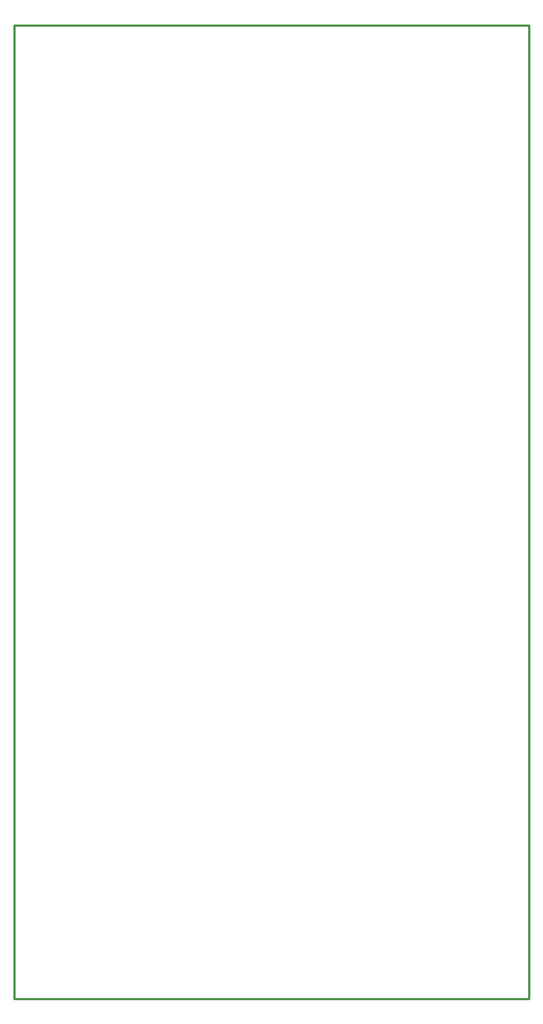
<source format=gm1>
G04 #@! TF.GenerationSoftware,KiCad,Pcbnew,(5.99.0-11177-g6c67dfa032)*
G04 #@! TF.CreationDate,2021-08-04T13:50:33-07:00*
G04 #@! TF.ProjectId,SCMv3,53434d76-332e-46b6-9963-61645f706362,rev?*
G04 #@! TF.SameCoordinates,Original*
G04 #@! TF.FileFunction,Profile,NP*
%FSLAX46Y46*%
G04 Gerber Fmt 4.6, Leading zero omitted, Abs format (unit mm)*
G04 Created by KiCad (PCBNEW (5.99.0-11177-g6c67dfa032)) date 2021-08-04 13:50:33*
%MOMM*%
%LPD*%
G01*
G04 APERTURE LIST*
G04 #@! TA.AperFunction,Profile*
%ADD10C,0.254000*%
G04 #@! TD*
G04 APERTURE END LIST*
D10*
X58674000Y0D02*
X58674000Y-110871000D01*
X58674000Y-110871000D02*
X0Y-110871000D01*
X0Y0D02*
X58674000Y0D01*
X0Y-110871000D02*
X0Y0D01*
M02*

</source>
